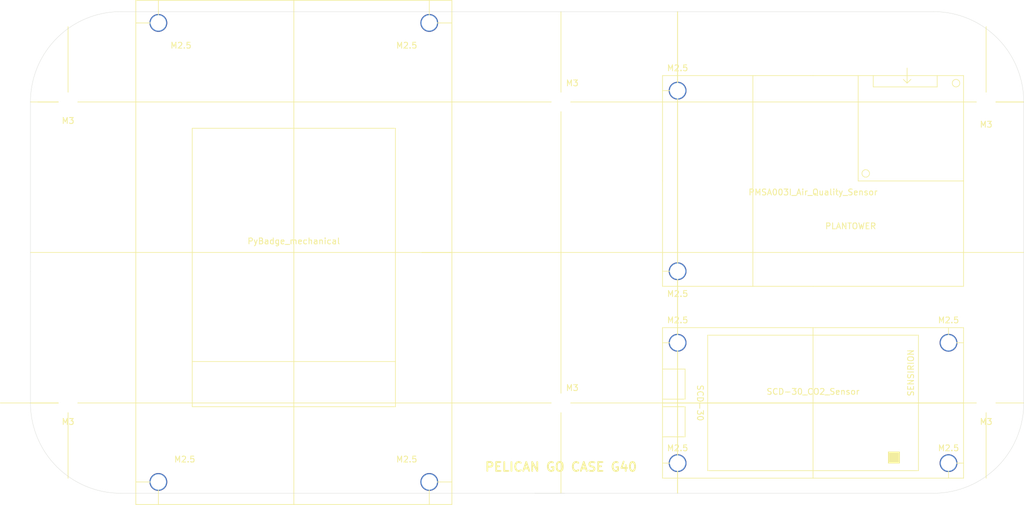
<source format=kicad_pcb>
(kicad_pcb (version 20171130) (host pcbnew "(5.1.6-0-10_14)")

  (general
    (thickness 1.6)
    (drawings 44)
    (tracks 0)
    (zones 0)
    (modules 9)
    (nets 1)
  )

  (page USLetter)
  (title_block
    (title mounting_plate)
    (date 2021-09-22)
    (rev v01)
    (company "Cedar Grove Studios")
  )

  (layers
    (0 F.Cu signal)
    (31 B.Cu signal)
    (32 B.Adhes user hide)
    (33 F.Adhes user hide)
    (34 B.Paste user hide)
    (35 F.Paste user hide)
    (36 B.SilkS user)
    (37 F.SilkS user)
    (38 B.Mask user hide)
    (39 F.Mask user hide)
    (40 Dwgs.User user)
    (41 Cmts.User user hide)
    (42 Eco1.User user hide)
    (43 Eco2.User user hide)
    (44 Edge.Cuts user)
    (45 Margin user hide)
    (46 B.CrtYd user hide)
    (47 F.CrtYd user hide)
    (48 B.Fab user hide)
    (49 F.Fab user)
  )

  (setup
    (last_trace_width 0.1524)
    (trace_clearance 0.1524)
    (zone_clearance 0.254)
    (zone_45_only no)
    (trace_min 0.1524)
    (via_size 0.6858)
    (via_drill 0.3302)
    (via_min_size 0.6858)
    (via_min_drill 0.3302)
    (uvia_size 0.6858)
    (uvia_drill 0.3302)
    (uvias_allowed no)
    (uvia_min_size 0.6858)
    (uvia_min_drill 0.3302)
    (edge_width 0.05)
    (segment_width 0.2)
    (pcb_text_width 0.3)
    (pcb_text_size 1.5 1.5)
    (mod_edge_width 0.12)
    (mod_text_size 1 1)
    (mod_text_width 0.15)
    (pad_size 1.524 1.524)
    (pad_drill 0.762)
    (pad_to_mask_clearance 0.0508)
    (aux_axis_origin 0 0)
    (visible_elements FFFFFF7F)
    (pcbplotparams
      (layerselection 0x010f8_ffffffff)
      (usegerberextensions false)
      (usegerberattributes true)
      (usegerberadvancedattributes true)
      (creategerberjobfile true)
      (excludeedgelayer true)
      (linewidth 0.100000)
      (plotframeref true)
      (viasonmask false)
      (mode 1)
      (useauxorigin false)
      (hpglpennumber 1)
      (hpglpenspeed 20)
      (hpglpendiameter 15.000000)
      (psnegative false)
      (psa4output false)
      (plotreference true)
      (plotvalue true)
      (plotinvisibletext false)
      (padsonsilk false)
      (subtractmaskfromsilk false)
      (outputformat 4)
      (mirror false)
      (drillshape 0)
      (scaleselection 1)
      (outputdirectory ""))
  )

  (net 0 "")

  (net_class Default "This is the default net class."
    (clearance 0.1524)
    (trace_width 0.1524)
    (via_dia 0.6858)
    (via_drill 0.3302)
    (uvia_dia 0.6858)
    (uvia_drill 0.3302)
    (diff_pair_width 0.1524)
    (diff_pair_gap 0.1524)
  )

  (net_class Power ""
    (clearance 0.2032)
    (trace_width 0.2032)
    (via_dia 0.8128)
    (via_drill 0.508)
    (uvia_dia 0.6858)
    (uvia_drill 0.3302)
    (diff_pair_width 0.1524)
    (diff_pair_gap 0.1524)
  )

  (module MountingHole:MountingHole_3.2mm_M3 (layer F.Cu) (tedit 56D1B4CB) (tstamp 614C6A8F)
    (at 127.635 104.14 90)
    (descr "Mounting Hole 3.2mm, no annular, M3")
    (tags "mounting hole 3.2mm no annular m3")
    (attr virtual)
    (fp_text reference REF** (at 0 -4.2 90) (layer F.Fab) hide
      (effects (font (size 1 1) (thickness 0.15)))
    )
    (fp_text value MountingHole_3.2mm_M3 (at 0 4.2 90) (layer F.Fab) hide
      (effects (font (size 1 1) (thickness 0.15)))
    )
    (fp_circle (center 0 0) (end 3.2 0) (layer Cmts.User) (width 0.15))
    (fp_circle (center 0 0) (end 3.45 0) (layer F.CrtYd) (width 0.05))
    (fp_text user %R (at 0.3 0 90) (layer F.Fab) hide
      (effects (font (size 1 1) (thickness 0.15)))
    )
    (pad 1 np_thru_hole circle (at 0 0 90) (size 3.2 3.2) (drill 3.2) (layers *.Cu *.Mask))
  )

  (module MountingHole:MountingHole_3.2mm_M3 (layer F.Cu) (tedit 56D1B4CB) (tstamp 614C6A72)
    (at 127.635 53.34 90)
    (descr "Mounting Hole 3.2mm, no annular, M3")
    (tags "mounting hole 3.2mm no annular m3")
    (attr virtual)
    (fp_text reference REF** (at 0 -4.2 90) (layer F.Fab) hide
      (effects (font (size 1 1) (thickness 0.15)))
    )
    (fp_text value MountingHole_3.2mm_M3 (at 0 4.2 90) (layer F.Fab) hide
      (effects (font (size 1 1) (thickness 0.15)))
    )
    (fp_circle (center 0 0) (end 3.45 0) (layer F.CrtYd) (width 0.05))
    (fp_circle (center 0 0) (end 3.2 0) (layer Cmts.User) (width 0.15))
    (fp_text user %R (at 0.3 0 90) (layer F.Fab) hide
      (effects (font (size 1 1) (thickness 0.15)))
    )
    (pad 1 np_thru_hole circle (at 0 0 90) (size 3.2 3.2) (drill 3.2) (layers *.Cu *.Mask))
  )

  (module MountingHole:MountingHole_3.2mm_M3 (layer F.Cu) (tedit 56D1B4CB) (tstamp 614C6D8B)
    (at 199.39 104.14 270)
    (descr "Mounting Hole 3.2mm, no annular, M3")
    (tags "mounting hole 3.2mm no annular m3")
    (attr virtual)
    (fp_text reference REF** (at 0 -4.2 90) (layer F.Fab) hide
      (effects (font (size 1 1) (thickness 0.15)))
    )
    (fp_text value MountingHole_3.2mm_M3 (at 0 4.2 90) (layer F.Fab) hide
      (effects (font (size 1 1) (thickness 0.15)))
    )
    (fp_circle (center 0 0) (end 3.2 0) (layer Cmts.User) (width 0.15))
    (fp_circle (center 0 0) (end 3.45 0) (layer F.CrtYd) (width 0.05))
    (fp_text user %R (at 0.3 0 90) (layer F.Fab) hide
      (effects (font (size 1 1) (thickness 0.15)))
    )
    (pad 1 np_thru_hole circle (at 0 0 270) (size 3.2 3.2) (drill 3.2) (layers *.Cu *.Mask))
  )

  (module MountingHole:MountingHole_3.2mm_M3 (layer F.Cu) (tedit 56D1B4CB) (tstamp 614C6DB5)
    (at 199.39 53.34 270)
    (descr "Mounting Hole 3.2mm, no annular, M3")
    (tags "mounting hole 3.2mm no annular m3")
    (attr virtual)
    (fp_text reference REF** (at 0 -4.2 90) (layer F.Fab) hide
      (effects (font (size 1 1) (thickness 0.15)))
    )
    (fp_text value MountingHole_3.2mm_M3 (at 0 4.2 90) (layer F.Fab) hide
      (effects (font (size 1 1) (thickness 0.15)))
    )
    (fp_circle (center 0 0) (end 3.45 0) (layer F.CrtYd) (width 0.05))
    (fp_circle (center 0 0) (end 3.2 0) (layer Cmts.User) (width 0.15))
    (fp_text user %R (at 0.3 0 90) (layer F.Fab) hide
      (effects (font (size 1 1) (thickness 0.15)))
    )
    (pad 1 np_thru_hole circle (at 0 0 270) (size 3.2 3.2) (drill 3.2) (layers *.Cu *.Mask))
  )

  (module MountingHole:MountingHole_3.2mm_M3 (layer F.Cu) (tedit 56D1B4CB) (tstamp 614C6984)
    (at 44.45 104.14 90)
    (descr "Mounting Hole 3.2mm, no annular, M3")
    (tags "mounting hole 3.2mm no annular m3")
    (attr virtual)
    (fp_text reference REF** (at 0 -4.2 90) (layer F.Fab) hide
      (effects (font (size 1 1) (thickness 0.15)))
    )
    (fp_text value MountingHole_3.2mm_M3 (at 0 4.2 90) (layer F.Fab) hide
      (effects (font (size 1 1) (thickness 0.15)))
    )
    (fp_circle (center 0 0) (end 3.2 0) (layer Cmts.User) (width 0.15))
    (fp_circle (center 0 0) (end 3.45 0) (layer F.CrtYd) (width 0.05))
    (fp_text user %R (at 0.3 0 90) (layer F.Fab) hide
      (effects (font (size 1 1) (thickness 0.15)))
    )
    (pad 1 np_thru_hole circle (at 0 0 90) (size 3.2 3.2) (drill 3.2) (layers *.Cu *.Mask))
  )

  (module MountingHole:MountingHole_3.2mm_M3 (layer F.Cu) (tedit 56D1B4CB) (tstamp 614C6972)
    (at 44.45 53.34 90)
    (descr "Mounting Hole 3.2mm, no annular, M3")
    (tags "mounting hole 3.2mm no annular m3")
    (attr virtual)
    (fp_text reference REF** (at 0 -4.2 90) (layer F.Fab) hide
      (effects (font (size 1 1) (thickness 0.15)))
    )
    (fp_text value MountingHole_3.2mm_M3 (at 0 4.2 90) (layer F.Fab) hide
      (effects (font (size 1 1) (thickness 0.15)))
    )
    (fp_circle (center 0 0) (end 3.45 0) (layer F.CrtYd) (width 0.05))
    (fp_circle (center 0 0) (end 3.2 0) (layer Cmts.User) (width 0.15))
    (fp_text user %R (at 0.3 0 90) (layer F.Fab) hide
      (effects (font (size 1 1) (thickness 0.15)))
    )
    (pad 1 np_thru_hole circle (at 0 0 90) (size 3.2 3.2) (drill 3.2) (layers *.Cu *.Mask))
  )

  (module Adafruit:SCD-30_CO2_Sensor (layer F.Cu) (tedit 614BF29C) (tstamp 614C6DF6)
    (at 170.18 104.14)
    (fp_text reference REF** (at 0 -3.81) (layer F.Fab)
      (effects (font (size 1 1) (thickness 0.15)))
    )
    (fp_text value SCD-30_CO2_Sensor (at 0 -1.905) (layer F.SilkS)
      (effects (font (size 1 1) (thickness 0.15)))
    )
    (fp_line (start 0 -12.7) (end 25.4 -12.7) (layer F.SilkS) (width 0.12))
    (fp_line (start 25.4 -12.7) (end 25.4 0) (layer F.SilkS) (width 0.12))
    (fp_line (start 0 12.7) (end -25.4 12.7) (layer F.SilkS) (width 0.12))
    (fp_line (start -25.4 12.7) (end -25.4 0) (layer F.SilkS) (width 0.12))
    (fp_line (start 0 12.7) (end 25.4 12.7) (layer F.SilkS) (width 0.12))
    (fp_line (start 25.4 12.7) (end 25.4 0) (layer F.SilkS) (width 0.12))
    (fp_line (start 0 -12.7) (end -25.4 -12.7) (layer F.SilkS) (width 0.12))
    (fp_line (start -25.4 -12.7) (end -25.4 0) (layer F.SilkS) (width 0.12))
    (fp_line (start 0 -11.43) (end 17.78 -11.43) (layer F.SilkS) (width 0.12))
    (fp_line (start 17.78 -11.43) (end 17.78 0) (layer F.SilkS) (width 0.12))
    (fp_line (start 0 11.43) (end -17.78 11.43) (layer F.SilkS) (width 0.12))
    (fp_line (start -17.78 11.43) (end -17.78 0) (layer F.SilkS) (width 0.12))
    (fp_line (start 0 11.43) (end 17.78 11.43) (layer F.SilkS) (width 0.12))
    (fp_line (start 17.78 11.43) (end 17.78 0) (layer F.SilkS) (width 0.12))
    (fp_line (start 0 -11.43) (end -17.78 -11.43) (layer F.SilkS) (width 0.12))
    (fp_line (start -17.78 -11.43) (end -17.78 0) (layer F.SilkS) (width 0.12))
    (fp_line (start 22.86 -12.7) (end 22.86 -10.16) (layer F.SilkS) (width 0.12))
    (fp_line (start 22.86 -10.16) (end 25.4 -10.16) (layer F.SilkS) (width 0.12))
    (fp_line (start 25.4 10.16) (end 22.86 10.16) (layer F.SilkS) (width 0.12))
    (fp_line (start 22.86 10.16) (end 22.86 12.7) (layer F.SilkS) (width 0.12))
    (fp_line (start -22.86 12.7) (end -22.86 10.16) (layer F.SilkS) (width 0.12))
    (fp_line (start -22.86 10.16) (end -25.4 10.16) (layer F.SilkS) (width 0.12))
    (fp_line (start -22.86 -10.16) (end -22.86 -12.7) (layer F.SilkS) (width 0.12))
    (fp_line (start -25.4 -10.16) (end -22.86 -10.16) (layer F.SilkS) (width 0.12))
    (fp_line (start -25.4 -0.635) (end -21.59 -0.635) (layer F.SilkS) (width 0.12))
    (fp_line (start -21.59 -0.635) (end -21.59 -5.715) (layer F.SilkS) (width 0.12))
    (fp_line (start -21.59 -5.715) (end -25.4 -5.715) (layer F.SilkS) (width 0.12))
    (fp_line (start -25.4 5.715) (end -21.59 5.715) (layer F.SilkS) (width 0.12))
    (fp_line (start -21.59 5.715) (end -21.59 0.635) (layer F.SilkS) (width 0.12))
    (fp_line (start -21.59 0.635) (end -25.4 0.635) (layer F.SilkS) (width 0.12))
    (fp_poly (pts (xy 14.605 10.16) (xy 12.7 10.16) (xy 12.7 8.255) (xy 14.605 8.255)) (layer F.SilkS) (width 0.1))
    (fp_line (start 0 -12.7) (end 0 12.7) (layer F.SilkS) (width 0.12))
    (fp_line (start -25.4 0) (end 25.4 0) (layer F.SilkS) (width 0.12))
    (fp_text user SENSIRION (at 16.51 -5.08 90) (layer F.SilkS)
      (effects (font (size 1 1) (thickness 0.15)))
    )
    (fp_text user SCD-30 (at -19.05 0 270 unlocked) (layer F.SilkS)
      (effects (font (size 1 1) (thickness 0.15)))
    )
    (pad "" np_thru_hole circle (at -22.86 -10.16 90) (size 3 3) (drill 2.6) (layers *.Cu *.Mask))
    (pad "" np_thru_hole circle (at -22.86 10.16 180) (size 3 3) (drill 2.6) (layers *.Cu *.Mask))
    (pad "" np_thru_hole circle (at 22.86 10.16 270) (size 3 3) (drill 2.6) (layers *.Cu *.Mask))
    (pad "" np_thru_hole circle (at 22.86 -10.16) (size 3 3) (drill 2.6) (layers *.Cu *.Mask))
  )

  (module Adafruit:PMSA003I_Air_Quality_Sensor (layer F.Cu) (tedit 614BE80C) (tstamp 614C6D47)
    (at 170.18 66.675)
    (fp_text reference REF** (at 0.635 -0.635) (layer F.Fab)
      (effects (font (size 1 1) (thickness 0.15)))
    )
    (fp_text value PMSA003I_Air_Quality_Sensor (at 0 1.905) (layer F.SilkS)
      (effects (font (size 1 1) (thickness 0.15)))
    )
    (fp_line (start -22.86 -17.78) (end -22.86 -15.24) (layer F.SilkS) (width 0.12))
    (fp_line (start -25.4 -15.24) (end -22.86 -15.24) (layer F.SilkS) (width 0.12))
    (fp_line (start -22.86 17.78) (end -22.86 15.24) (layer F.SilkS) (width 0.12))
    (fp_line (start -25.4 15.24) (end -22.86 15.24) (layer F.SilkS) (width 0.12))
    (fp_circle (center 24.13 -16.51) (end 24.13 -15.875) (layer F.SilkS) (width 0.12))
    (fp_circle (center 8.89 -1.27) (end 8.89 -0.635) (layer F.SilkS) (width 0.12))
    (fp_line (start 7.62 0) (end 25.4 0) (layer F.SilkS) (width 0.12))
    (fp_line (start 7.62 -17.78) (end 7.62 0) (layer F.SilkS) (width 0.12))
    (fp_line (start -10.16 -17.78) (end -10.16 17.78) (layer F.SilkS) (width 0.12))
    (fp_line (start -25.4 -17.78) (end -25.4 0) (layer F.SilkS) (width 0.12))
    (fp_line (start 0 -17.78) (end -25.4 -17.78) (layer F.SilkS) (width 0.12))
    (fp_line (start 25.4 17.78) (end 25.4 0) (layer F.SilkS) (width 0.12))
    (fp_line (start 0 17.78) (end 25.4 17.78) (layer F.SilkS) (width 0.12))
    (fp_line (start 0 17.78) (end -25.4 17.78) (layer F.SilkS) (width 0.12))
    (fp_line (start -25.4 17.78) (end -25.4 0) (layer F.SilkS) (width 0.12))
    (fp_line (start 25.4 -17.78) (end 25.4 0) (layer F.SilkS) (width 0.12))
    (fp_line (start 0 -17.78) (end 25.4 -17.78) (layer F.SilkS) (width 0.12))
    (fp_line (start 10.16 -17.78) (end 10.16 -15.875) (layer F.SilkS) (width 0.12))
    (fp_line (start 10.16 -15.875) (end 20.955 -15.875) (layer F.SilkS) (width 0.12))
    (fp_line (start 20.955 -15.875) (end 20.955 -17.78) (layer F.SilkS) (width 0.12))
    (fp_line (start 15.875 -19.05) (end 15.875 -16.51) (layer F.SilkS) (width 0.12))
    (fp_line (start 15.875 -16.51) (end 16.51 -17.145) (layer F.SilkS) (width 0.12))
    (fp_line (start 15.875 -16.51) (end 15.24 -17.145) (layer F.SilkS) (width 0.12))
    (fp_text user PLANTOWER (at 6.35 7.62) (layer F.SilkS)
      (effects (font (size 1 1) (thickness 0.15)))
    )
    (pad "" np_thru_hole circle (at -22.86 15.24) (size 3 3) (drill 2.6) (layers *.Cu *.Mask))
    (pad "" np_thru_hole circle (at -22.86 -15.24) (size 3 3) (drill 2.6) (layers *.Cu *.Mask))
  )

  (module Adafruit:PyBadge_mechanical (layer F.Cu) (tedit 614BE585) (tstamp 614C534D)
    (at 82.55 78.74 270)
    (fp_text reference REF** (at -3.81 0 180) (layer F.Fab)
      (effects (font (size 1 1) (thickness 0.15)))
    )
    (fp_text value PyBadge_mechanical (at -1.905 0 180) (layer F.SilkS)
      (effects (font (size 1 1) (thickness 0.15)))
    )
    (fp_line (start -42.545 -26.67) (end 42.545 -26.67) (layer F.SilkS) (width 0.12))
    (fp_line (start 42.545 -26.67) (end 42.545 26.67) (layer F.SilkS) (width 0.12))
    (fp_line (start 42.545 26.67) (end -42.545 26.67) (layer F.SilkS) (width 0.12))
    (fp_line (start -42.545 26.67) (end -42.545 -26.67) (layer F.SilkS) (width 0.12))
    (fp_line (start 0 0) (end 0 -26.67) (layer F.SilkS) (width 0.12))
    (fp_line (start 0 26.67) (end 0 0) (layer F.SilkS) (width 0.12))
    (fp_line (start 0 0) (end 42.545 0) (layer F.SilkS) (width 0.12))
    (fp_line (start -42.545 0) (end 0 0) (layer F.SilkS) (width 0.12))
    (fp_line (start 42.545 -22.86) (end 38.735 -22.86) (layer F.SilkS) (width 0.12))
    (fp_line (start 38.735 -22.86) (end 38.735 -26.67) (layer F.SilkS) (width 0.12))
    (fp_line (start 38.735 26.67) (end 38.735 22.86) (layer F.SilkS) (width 0.12))
    (fp_line (start 38.735 22.86) (end 42.545 22.86) (layer F.SilkS) (width 0.12))
    (fp_line (start -38.735 22.86) (end -38.735 26.67) (layer F.SilkS) (width 0.12))
    (fp_line (start -42.545 22.86) (end -38.735 22.86) (layer F.SilkS) (width 0.12))
    (fp_line (start -38.735 -26.67) (end -38.735 -22.86) (layer F.SilkS) (width 0.12))
    (fp_line (start -38.735 -22.86) (end -42.545 -22.86) (layer F.SilkS) (width 0.12))
    (fp_line (start -20.955 0) (end -20.955 -17.145) (layer F.SilkS) (width 0.12))
    (fp_line (start -20.955 17.145) (end -20.955 0) (layer F.SilkS) (width 0.12))
    (fp_line (start 18.415 0) (end 18.415 -17.145) (layer F.SilkS) (width 0.12))
    (fp_line (start 18.415 17.145) (end 18.415 0) (layer F.SilkS) (width 0.12))
    (fp_line (start -20.955 -17.145) (end 18.415 -17.145) (layer F.SilkS) (width 0.12))
    (fp_line (start -20.955 17.145) (end 18.415 17.145) (layer F.SilkS) (width 0.12))
    (fp_line (start 26.035 0) (end 26.035 -17.145) (layer F.SilkS) (width 0.12))
    (fp_line (start 26.035 17.145) (end 26.035 0) (layer F.SilkS) (width 0.12))
    (fp_line (start 18.415 17.145) (end 26.035 17.145) (layer F.SilkS) (width 0.12))
    (fp_line (start 18.415 -17.145) (end 26.035 -17.145) (layer F.SilkS) (width 0.12))
    (pad "" np_thru_hole circle (at -38.735 -22.86) (size 3 3) (drill 2.6) (layers *.Cu *.Mask))
    (pad "" np_thru_hole circle (at -38.735 22.86 90) (size 3 3) (drill 2.6) (layers *.Cu *.Mask))
    (pad "" np_thru_hole circle (at 38.735 22.86 180) (size 3 3) (drill 2.6) (layers *.Cu *.Mask))
    (pad "" np_thru_hole circle (at 38.735 -22.86 270) (size 3 3) (drill 2.6) (layers *.Cu *.Mask))
  )

  (gr_text "PELICAN GO CASE G40" (at 127.635 114.935) (layer F.SilkS)
    (effects (font (size 1.5 1.5) (thickness 0.3)))
  )
  (gr_text M3 (at 199.39 107.315) (layer F.SilkS) (tstamp 614C6E57)
    (effects (font (size 1 1) (thickness 0.15)))
  )
  (gr_text M3 (at 199.39 57.15) (layer F.SilkS) (tstamp 614C6E60)
    (effects (font (size 1 1) (thickness 0.15)))
  )
  (gr_text M3 (at 44.45 56.515) (layer F.SilkS) (tstamp 614C6AFB)
    (effects (font (size 1 1) (thickness 0.15)))
  )
  (gr_text M3 (at 44.45 107.315) (layer F.SilkS) (tstamp 614C6AF9)
    (effects (font (size 1 1) (thickness 0.15)))
  )
  (gr_text M3 (at 129.54 101.6) (layer F.SilkS) (tstamp 614C6AF7)
    (effects (font (size 1 1) (thickness 0.15)))
  )
  (gr_text M3 (at 129.54 50.165) (layer F.SilkS) (tstamp 614C6AF3)
    (effects (font (size 1 1) (thickness 0.15)))
  )
  (gr_text M2.5 (at 147.32 47.625) (layer F.SilkS) (tstamp 614C6E5A)
    (effects (font (size 1 1) (thickness 0.15)))
  )
  (gr_text M2.5 (at 193.04 90.17) (layer F.SilkS) (tstamp 614C6E4E)
    (effects (font (size 1 1) (thickness 0.15)))
  )
  (gr_text M2.5 (at 193.04 111.76) (layer F.SilkS) (tstamp 614C6E54)
    (effects (font (size 1 1) (thickness 0.15)))
  )
  (gr_text M2.5 (at 147.32 111.76) (layer F.SilkS) (tstamp 614C6E63)
    (effects (font (size 1 1) (thickness 0.15)))
  )
  (gr_text M2.5 (at 147.32 85.725) (layer F.SilkS) (tstamp 614C6E51)
    (effects (font (size 1 1) (thickness 0.15)))
  )
  (gr_text M2.5 (at 147.32 90.17) (layer F.SilkS) (tstamp 614C6E5D)
    (effects (font (size 1 1) (thickness 0.15)))
  )
  (gr_text M2.5 (at 63.5 43.815) (layer F.SilkS) (tstamp 614C6AE5)
    (effects (font (size 1 1) (thickness 0.15)))
  )
  (gr_text M2.5 (at 101.6 43.815) (layer F.SilkS) (tstamp 614C6AE3)
    (effects (font (size 1 1) (thickness 0.15)))
  )
  (gr_text M2.5 (at 101.6 113.665) (layer F.SilkS) (tstamp 614C6AE1)
    (effects (font (size 1 1) (thickness 0.15)))
  )
  (gr_text M2.5 (at 64.135 113.665) (layer F.SilkS)
    (effects (font (size 1 1) (thickness 0.15)))
  )
  (gr_line (start 127.635 38.1) (end 127.635 119.38) (layer F.SilkS) (width 0.12))
  (gr_line (start 33.02 104.14) (end 200.66 104.14) (layer F.SilkS) (width 0.12) (tstamp 614C6D25))
  (gr_line (start 39.37 53.34) (end 205.74 53.34) (layer F.SilkS) (width 0.12) (tstamp 614C6E4B))
  (gr_line (start 199.39 104.14) (end 199.39 116.84) (layer F.SilkS) (width 0.12) (tstamp 614C6D9A))
  (gr_line (start 205.74 104.14) (end 199.39 104.14) (layer F.SilkS) (width 0.12) (tstamp 614C6D82))
  (gr_line (start 205.74 53.34) (end 199.39 53.34) (layer F.SilkS) (width 0.12) (tstamp 614C6DAC))
  (gr_line (start 199.39 40.64) (end 199.39 53.34) (layer F.SilkS) (width 0.12) (tstamp 614C6DC4))
  (gr_line (start 44.45 116.84) (end 44.45 104.14) (layer F.SilkS) (width 0.12) (tstamp 614C6983))
  (gr_line (start 38.1 104.14) (end 44.45 104.14) (layer F.SilkS) (width 0.12) (tstamp 614C6982))
  (gr_line (start 44.45 53.34) (end 44.45 40.64) (layer F.SilkS) (width 0.12) (tstamp 614C6971))
  (gr_line (start 38.1 53.34) (end 44.45 53.34) (layer F.SilkS) (width 0.12) (tstamp 614C6970))
  (gr_line (start 147.32 38.1) (end 147.32 119.38) (layer F.SilkS) (width 0.15) (tstamp 614C6D22))
  (gr_line (start 195.58 78.74) (end 104.14 78.74) (layer F.SilkS) (width 0.12) (tstamp 614C6DA3))
  (gr_line (start 195.58 78.74) (end 205.74 78.74) (layer F.SilkS) (width 0.12) (tstamp 614C6DA9))
  (gr_line (start 38.1 78.74) (end 55.88 78.74) (layer F.SilkS) (width 0.12))
  (gr_arc (start 190.5 104.14) (end 190.5 119.38) (angle -90) (layer Edge.Cuts) (width 0.05) (tstamp 614C6DCA))
  (gr_arc (start 53.34 104.14) (end 38.1 104.14) (angle -90) (layer Edge.Cuts) (width 0.05) (tstamp 614C6684))
  (gr_arc (start 53.34 53.34) (end 53.34 38.1) (angle -90) (layer Edge.Cuts) (width 0.05) (tstamp 614C6681))
  (gr_arc (start 190.5 53.34) (end 205.74 53.34) (angle -90) (layer Edge.Cuts) (width 0.05) (tstamp 614C6DC7))
  (gr_line (start 205.74 81.915) (end 205.74 104.14) (layer Edge.Cuts) (width 0.05) (tstamp 614C6D28))
  (gr_line (start 53.34 119.38) (end 128.27 119.38) (layer Edge.Cuts) (width 0.05) (tstamp 614C65E6))
  (gr_line (start 123.19 119.38) (end 190.5 119.38) (layer Edge.Cuts) (width 0.05) (tstamp 614C6D9D))
  (gr_line (start 205.74 53.34) (end 205.74 81.915) (layer Edge.Cuts) (width 0.05) (tstamp 614C6DA6))
  (gr_line (start 38.1 81.915) (end 38.1 104.14) (layer Edge.Cuts) (width 0.05) (tstamp 614C65E2))
  (gr_line (start 128.27 38.1) (end 190.5 38.1) (layer Edge.Cuts) (width 0.05) (tstamp 614C6D1F))
  (gr_line (start 38.1 53.34) (end 38.1 81.915) (layer Edge.Cuts) (width 0.05))
  (gr_line (start 53.34 38.1) (end 128.27 38.1) (layer Edge.Cuts) (width 0.05))

)

</source>
